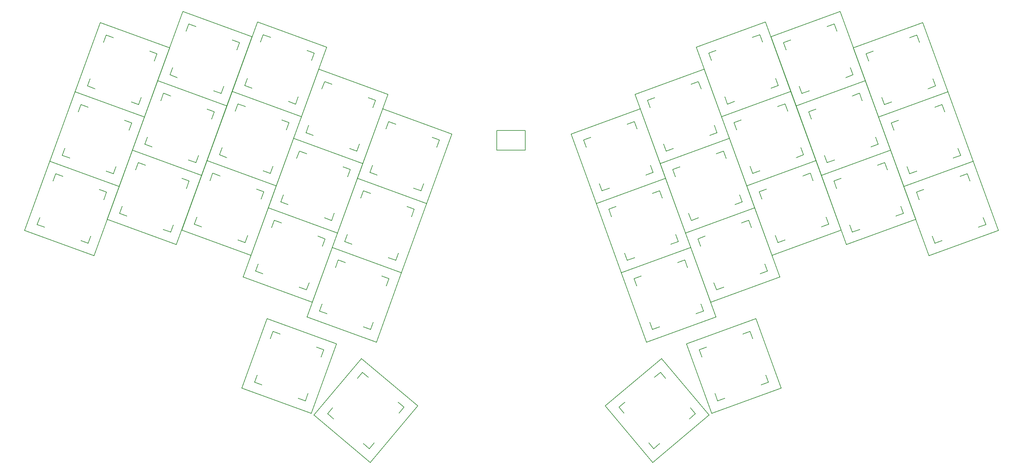
<source format=gbr>
%TF.GenerationSoftware,KiCad,Pcbnew,(5.1.10-1-10_14)*%
%TF.CreationDate,2022-05-14T22:17:57+08:00*%
%TF.ProjectId,k34,6b33342e-6b69-4636-9164-5f7063625858,rev?*%
%TF.SameCoordinates,Original*%
%TF.FileFunction,OtherDrawing,Comment*%
%FSLAX46Y46*%
G04 Gerber Fmt 4.6, Leading zero omitted, Abs format (unit mm)*
G04 Created by KiCad (PCBNEW (5.1.10-1-10_14)) date 2022-05-14 22:17:57*
%MOMM*%
%LPD*%
G01*
G04 APERTURE LIST*
%ADD10C,0.150000*%
%ADD11C,0.200000*%
G04 APERTURE END LIST*
D10*
X13760718Y-81495118D02*
X31661862Y-88010602D01*
X33307170Y-27791686D02*
X13760718Y-81495118D01*
%TO.C,MX1*%
X26791686Y-45692830D02*
X33307170Y-27791686D01*
X44692830Y-52208314D02*
X26791686Y-45692830D01*
X51208314Y-34307170D02*
X44692830Y-52208314D01*
X33307170Y-27791686D02*
X51208314Y-34307170D01*
X34816293Y-31028011D02*
X34132252Y-32907396D01*
X36695678Y-31712051D02*
X34816293Y-31028011D01*
X30028011Y-44183707D02*
X31907396Y-44867748D01*
X30712051Y-42304322D02*
X30028011Y-44183707D01*
X43183707Y-48971989D02*
X43867748Y-47092604D01*
X41304322Y-48287949D02*
X43183707Y-48971989D01*
X47971989Y-35816293D02*
X47287949Y-37695678D01*
X46092604Y-35132252D02*
X47971989Y-35816293D01*
%TO.C,MX2*%
X48113031Y-42811387D02*
X54628515Y-24910243D01*
X66014175Y-49326871D02*
X48113031Y-42811387D01*
X72529659Y-31425727D02*
X66014175Y-49326871D01*
X54628515Y-24910243D02*
X72529659Y-31425727D01*
X56137638Y-28146568D02*
X55453597Y-30025953D01*
X58017023Y-28830608D02*
X56137638Y-28146568D01*
X51349356Y-41302264D02*
X53228741Y-41986305D01*
X52033396Y-39422879D02*
X51349356Y-41302264D01*
X64505052Y-46090546D02*
X65189093Y-44211161D01*
X62625667Y-45406506D02*
X64505052Y-46090546D01*
X69293334Y-32934850D02*
X68609294Y-34814235D01*
X67413949Y-32250809D02*
X69293334Y-32934850D01*
%TO.C,MX3*%
X67382256Y-45568100D02*
X73897740Y-27666956D01*
X85283400Y-52083584D02*
X67382256Y-45568100D01*
X91798884Y-34182440D02*
X85283400Y-52083584D01*
X73897740Y-27666956D02*
X91798884Y-34182440D01*
X75406863Y-30903281D02*
X74722822Y-32782666D01*
X77286248Y-31587321D02*
X75406863Y-30903281D01*
X70618581Y-44058977D02*
X72497966Y-44743018D01*
X71302621Y-42179592D02*
X70618581Y-44058977D01*
X83774277Y-48847259D02*
X84458318Y-46967874D01*
X81894892Y-48163219D02*
X83774277Y-48847259D01*
X88562559Y-35691563D02*
X87878519Y-37570948D01*
X86683174Y-35007522D02*
X88562559Y-35691563D01*
%TO.C,MX4*%
X83231280Y-57721740D02*
X89746764Y-39820596D01*
X101132424Y-64237224D02*
X83231280Y-57721740D01*
X107647908Y-46336080D02*
X101132424Y-64237224D01*
X89746764Y-39820596D02*
X107647908Y-46336080D01*
X91255887Y-43056921D02*
X90571846Y-44936306D01*
X93135272Y-43740961D02*
X91255887Y-43056921D01*
X86467605Y-56212617D02*
X88346990Y-56896658D01*
X87151645Y-54333232D02*
X86467605Y-56212617D01*
X99623301Y-61000899D02*
X100307342Y-59121514D01*
X97743916Y-60316859D02*
X99623301Y-61000899D01*
X104411583Y-47845203D02*
X103727543Y-49724588D01*
X102532198Y-47161162D02*
X104411583Y-47845203D01*
%TO.C,MX5*%
X99764344Y-67995994D02*
X106279828Y-50094850D01*
X117665488Y-74511478D02*
X99764344Y-67995994D01*
X124180972Y-56610334D02*
X117665488Y-74511478D01*
X106279828Y-50094850D02*
X124180972Y-56610334D01*
X107788951Y-53331175D02*
X107104910Y-55210560D01*
X109668336Y-54015215D02*
X107788951Y-53331175D01*
X103000669Y-66486871D02*
X104880054Y-67170912D01*
X103684709Y-64607486D02*
X103000669Y-66486871D01*
X116156365Y-71275153D02*
X116840406Y-69395768D01*
X114276980Y-70591113D02*
X116156365Y-71275153D01*
X120944647Y-58119457D02*
X120260607Y-59998842D01*
X119065262Y-57435416D02*
X120944647Y-58119457D01*
%TO.C,MX6*%
X161444811Y-74511478D02*
X154929327Y-56610334D01*
X179345955Y-67995994D02*
X161444811Y-74511478D01*
X172830471Y-50094850D02*
X179345955Y-67995994D01*
X154929327Y-56610334D02*
X172830471Y-50094850D01*
X158165652Y-58119457D02*
X158849692Y-59998842D01*
X160045037Y-57435416D02*
X158165652Y-58119457D01*
X162953934Y-71275153D02*
X164833319Y-70591113D01*
X162269893Y-69395768D02*
X162953934Y-71275153D01*
X176109630Y-66486871D02*
X175425590Y-64607486D01*
X174230245Y-67170912D02*
X176109630Y-66486871D01*
X171321348Y-53331175D02*
X172005389Y-55210560D01*
X169441963Y-54015215D02*
X171321348Y-53331175D01*
%TO.C,MX7*%
X177977875Y-64237224D02*
X171462391Y-46336080D01*
X195879019Y-57721740D02*
X177977875Y-64237224D01*
X189363535Y-39820596D02*
X195879019Y-57721740D01*
X171462391Y-46336080D02*
X189363535Y-39820596D01*
X174698716Y-47845203D02*
X175382756Y-49724588D01*
X176578101Y-47161162D02*
X174698716Y-47845203D01*
X179486998Y-61000899D02*
X181366383Y-60316859D01*
X178802957Y-59121514D02*
X179486998Y-61000899D01*
X192642694Y-56212617D02*
X191958654Y-54333232D01*
X190763309Y-56896658D02*
X192642694Y-56212617D01*
X187854412Y-43056921D02*
X188538453Y-44936306D01*
X185975027Y-43740961D02*
X187854412Y-43056921D01*
%TO.C,MX8*%
X193826898Y-52083584D02*
X187311414Y-34182440D01*
X211728042Y-45568100D02*
X193826898Y-52083584D01*
X205212558Y-27666956D02*
X211728042Y-45568100D01*
X187311414Y-34182440D02*
X205212558Y-27666956D01*
X190547739Y-35691563D02*
X191231779Y-37570948D01*
X192427124Y-35007522D02*
X190547739Y-35691563D01*
X195336021Y-48847259D02*
X197215406Y-48163219D01*
X194651980Y-46967874D02*
X195336021Y-48847259D01*
X208491717Y-44058977D02*
X207807677Y-42179592D01*
X206612332Y-44743018D02*
X208491717Y-44058977D01*
X203703435Y-30903281D02*
X204387476Y-32782666D01*
X201824050Y-31587321D02*
X203703435Y-30903281D01*
%TO.C,MX9*%
X213096123Y-49326871D02*
X206580639Y-31425727D01*
X230997267Y-42811387D02*
X213096123Y-49326871D01*
X224481783Y-24910243D02*
X230997267Y-42811387D01*
X206580639Y-31425727D02*
X224481783Y-24910243D01*
X209816964Y-32934850D02*
X210501004Y-34814235D01*
X211696349Y-32250809D02*
X209816964Y-32934850D01*
X214605246Y-46090546D02*
X216484631Y-45406506D01*
X213921205Y-44211161D02*
X214605246Y-46090546D01*
X227760942Y-41302264D02*
X227076902Y-39422879D01*
X225881557Y-41986305D02*
X227760942Y-41302264D01*
X222972660Y-28146568D02*
X223656701Y-30025953D01*
X221093275Y-28830608D02*
X222972660Y-28146568D01*
%TO.C,MX10*%
X234417469Y-52208314D02*
X227901985Y-34307170D01*
X252318613Y-45692830D02*
X234417469Y-52208314D01*
X245803129Y-27791686D02*
X252318613Y-45692830D01*
X227901985Y-34307170D02*
X245803129Y-27791686D01*
X231138310Y-35816293D02*
X231822350Y-37695678D01*
X233017695Y-35132252D02*
X231138310Y-35816293D01*
X235926592Y-48971989D02*
X237805977Y-48287949D01*
X235242551Y-47092604D02*
X235926592Y-48971989D01*
X249082288Y-44183707D02*
X248398248Y-42304322D01*
X247202903Y-44867748D02*
X249082288Y-44183707D01*
X244294006Y-31028011D02*
X244978047Y-32907396D01*
X242414621Y-31712051D02*
X244294006Y-31028011D01*
%TO.C,MX11*%
X20276202Y-63593974D02*
X26791686Y-45692830D01*
X38177346Y-70109458D02*
X20276202Y-63593974D01*
X44692830Y-52208314D02*
X38177346Y-70109458D01*
X26791686Y-45692830D02*
X44692830Y-52208314D01*
X28300809Y-48929155D02*
X27616768Y-50808540D01*
X30180194Y-49613195D02*
X28300809Y-48929155D01*
X23512527Y-62084851D02*
X25391912Y-62768892D01*
X24196567Y-60205466D02*
X23512527Y-62084851D01*
X36668223Y-66873133D02*
X37352264Y-64993748D01*
X34788838Y-66189093D02*
X36668223Y-66873133D01*
X41456505Y-53717437D02*
X40772465Y-55596822D01*
X39577120Y-53033396D02*
X41456505Y-53717437D01*
%TO.C,MX12*%
X41597548Y-60712531D02*
X48113032Y-42811387D01*
X59498692Y-67228015D02*
X41597548Y-60712531D01*
X66014176Y-49326871D02*
X59498692Y-67228015D01*
X48113032Y-42811387D02*
X66014176Y-49326871D01*
X49622155Y-46047712D02*
X48938114Y-47927097D01*
X51501540Y-46731752D02*
X49622155Y-46047712D01*
X44833873Y-59203408D02*
X46713258Y-59887449D01*
X45517913Y-57324023D02*
X44833873Y-59203408D01*
X57989569Y-63991690D02*
X58673610Y-62112305D01*
X56110184Y-63307650D02*
X57989569Y-63991690D01*
X62777851Y-50835994D02*
X62093811Y-52715379D01*
X60898466Y-50151953D02*
X62777851Y-50835994D01*
%TO.C,MX13*%
X60866773Y-63469245D02*
X67382257Y-45568101D01*
X78767917Y-69984729D02*
X60866773Y-63469245D01*
X85283401Y-52083585D02*
X78767917Y-69984729D01*
X67382257Y-45568101D02*
X85283401Y-52083585D01*
X68891380Y-48804426D02*
X68207339Y-50683811D01*
X70770765Y-49488466D02*
X68891380Y-48804426D01*
X64103098Y-61960122D02*
X65982483Y-62644163D01*
X64787138Y-60080737D02*
X64103098Y-61960122D01*
X77258794Y-66748404D02*
X77942835Y-64869019D01*
X75379409Y-66064364D02*
X77258794Y-66748404D01*
X82047076Y-53592708D02*
X81363036Y-55472093D01*
X80167691Y-52908667D02*
X82047076Y-53592708D01*
%TO.C,MX14*%
X76715796Y-75622884D02*
X83231280Y-57721740D01*
X94616940Y-82138368D02*
X76715796Y-75622884D01*
X101132424Y-64237224D02*
X94616940Y-82138368D01*
X83231280Y-57721740D02*
X101132424Y-64237224D01*
X84740403Y-60958065D02*
X84056362Y-62837450D01*
X86619788Y-61642105D02*
X84740403Y-60958065D01*
X79952121Y-74113761D02*
X81831506Y-74797802D01*
X80636161Y-72234376D02*
X79952121Y-74113761D01*
X93107817Y-78902043D02*
X93791858Y-77022658D01*
X91228432Y-78218003D02*
X93107817Y-78902043D01*
X97896099Y-65746347D02*
X97212059Y-67625732D01*
X96016714Y-65062306D02*
X97896099Y-65746347D01*
%TO.C,MX15*%
X93248860Y-85897138D02*
X99764344Y-67995994D01*
X111150004Y-92412622D02*
X93248860Y-85897138D01*
X117665488Y-74511478D02*
X111150004Y-92412622D01*
X99764344Y-67995994D02*
X117665488Y-74511478D01*
X101273467Y-71232319D02*
X100589426Y-73111704D01*
X103152852Y-71916359D02*
X101273467Y-71232319D01*
X96485185Y-84388015D02*
X98364570Y-85072056D01*
X97169225Y-82508630D02*
X96485185Y-84388015D01*
X109640881Y-89176297D02*
X110324922Y-87296912D01*
X107761496Y-88492257D02*
X109640881Y-89176297D01*
X114429163Y-76020601D02*
X113745123Y-77899986D01*
X112549778Y-75336560D02*
X114429163Y-76020601D01*
%TO.C,MX16*%
X167960295Y-92412622D02*
X161444811Y-74511478D01*
X185861439Y-85897138D02*
X167960295Y-92412622D01*
X179345955Y-67995994D02*
X185861439Y-85897138D01*
X161444811Y-74511478D02*
X179345955Y-67995994D01*
X164681136Y-76020601D02*
X165365176Y-77899986D01*
X166560521Y-75336560D02*
X164681136Y-76020601D01*
X169469418Y-89176297D02*
X171348803Y-88492257D01*
X168785377Y-87296912D02*
X169469418Y-89176297D01*
X182625114Y-84388015D02*
X181941074Y-82508630D01*
X180745729Y-85072056D02*
X182625114Y-84388015D01*
X177836832Y-71232319D02*
X178520873Y-73111704D01*
X175957447Y-71916359D02*
X177836832Y-71232319D01*
%TO.C,MX17*%
X184493359Y-82138368D02*
X177977875Y-64237224D01*
X202394503Y-75622884D02*
X184493359Y-82138368D01*
X195879019Y-57721740D02*
X202394503Y-75622884D01*
X177977875Y-64237224D02*
X195879019Y-57721740D01*
X181214200Y-65746347D02*
X181898240Y-67625732D01*
X183093585Y-65062306D02*
X181214200Y-65746347D01*
X186002482Y-78902043D02*
X187881867Y-78218003D01*
X185318441Y-77022658D02*
X186002482Y-78902043D01*
X199158178Y-74113761D02*
X198474138Y-72234376D01*
X197278793Y-74797802D02*
X199158178Y-74113761D01*
X194369896Y-60958065D02*
X195053937Y-62837450D01*
X192490511Y-61642105D02*
X194369896Y-60958065D01*
%TO.C,MX18*%
X208339534Y-49488466D02*
X210218919Y-48804426D01*
X210218919Y-48804426D02*
X210902960Y-50683811D01*
X213127816Y-62644163D02*
X215007201Y-61960122D01*
X215007201Y-61960122D02*
X214323161Y-60080737D01*
X201167464Y-64869019D02*
X201851505Y-66748404D01*
X201851505Y-66748404D02*
X203730890Y-66064364D01*
X198942608Y-52908667D02*
X197063223Y-53592708D01*
X197063223Y-53592708D02*
X197747263Y-55472093D01*
X193826898Y-52083585D02*
X211728042Y-45568101D01*
X211728042Y-45568101D02*
X218243526Y-63469245D01*
X218243526Y-63469245D02*
X200342382Y-69984729D01*
X200342382Y-69984729D02*
X193826898Y-52083585D01*
%TO.C,MX19*%
X227608759Y-46731752D02*
X229488144Y-46047712D01*
X229488144Y-46047712D02*
X230172185Y-47927097D01*
X232397041Y-59887449D02*
X234276426Y-59203408D01*
X234276426Y-59203408D02*
X233592386Y-57324023D01*
X220436689Y-62112305D02*
X221120730Y-63991690D01*
X221120730Y-63991690D02*
X223000115Y-63307650D01*
X218211833Y-50151953D02*
X216332448Y-50835994D01*
X216332448Y-50835994D02*
X217016488Y-52715379D01*
X213096123Y-49326871D02*
X230997267Y-42811387D01*
X230997267Y-42811387D02*
X237512751Y-60712531D01*
X237512751Y-60712531D02*
X219611607Y-67228015D01*
X219611607Y-67228015D02*
X213096123Y-49326871D01*
%TO.C,MX20*%
X248930105Y-49613195D02*
X250809490Y-48929155D01*
X250809490Y-48929155D02*
X251493531Y-50808540D01*
X253718387Y-62768892D02*
X255597772Y-62084851D01*
X255597772Y-62084851D02*
X254913732Y-60205466D01*
X241758035Y-64993748D02*
X242442076Y-66873133D01*
X242442076Y-66873133D02*
X244321461Y-66189093D01*
X239533179Y-53033396D02*
X237653794Y-53717437D01*
X237653794Y-53717437D02*
X238337834Y-55596822D01*
X234417469Y-52208314D02*
X252318613Y-45692830D01*
X252318613Y-45692830D02*
X258834097Y-63593974D01*
X258834097Y-63593974D02*
X240932953Y-70109458D01*
X240932953Y-70109458D02*
X234417469Y-52208314D01*
%TO.C,MX21*%
X33061636Y-70934540D02*
X34941021Y-71618581D01*
X34941021Y-71618581D02*
X34256981Y-73497966D01*
X28273354Y-84090237D02*
X30152739Y-84774277D01*
X30152739Y-84774277D02*
X30836780Y-82894892D01*
X17681083Y-78106610D02*
X16997043Y-79985995D01*
X16997043Y-79985995D02*
X18876428Y-80670036D01*
X23664710Y-67514339D02*
X21785325Y-66830299D01*
X21785325Y-66830299D02*
X21101284Y-68709684D01*
X20276202Y-63593974D02*
X38177346Y-70109458D01*
X38177346Y-70109458D02*
X31661862Y-88010602D01*
X31661862Y-88010602D02*
X13760718Y-81495118D01*
X13760718Y-81495118D02*
X20276202Y-63593974D01*
%TO.C,MX22*%
X54382982Y-68053098D02*
X56262367Y-68737139D01*
X56262367Y-68737139D02*
X55578327Y-70616524D01*
X49594700Y-81208795D02*
X51474085Y-81892835D01*
X51474085Y-81892835D02*
X52158126Y-80013450D01*
X39002429Y-75225168D02*
X38318389Y-77104553D01*
X38318389Y-77104553D02*
X40197774Y-77788594D01*
X44986056Y-64632897D02*
X43106671Y-63948857D01*
X43106671Y-63948857D02*
X42422630Y-65828242D01*
X41597548Y-60712532D02*
X59498692Y-67228016D01*
X59498692Y-67228016D02*
X52983208Y-85129160D01*
X52983208Y-85129160D02*
X35082064Y-78613676D01*
X35082064Y-78613676D02*
X41597548Y-60712532D01*
%TO.C,MX23*%
X73652207Y-70809811D02*
X75531592Y-71493852D01*
X75531592Y-71493852D02*
X74847552Y-73373237D01*
X68863925Y-83965508D02*
X70743310Y-84649548D01*
X70743310Y-84649548D02*
X71427351Y-82770163D01*
X58271654Y-77981881D02*
X57587614Y-79861266D01*
X57587614Y-79861266D02*
X59466999Y-80545307D01*
X64255281Y-67389610D02*
X62375896Y-66705570D01*
X62375896Y-66705570D02*
X61691855Y-68584955D01*
X60866773Y-63469245D02*
X78767917Y-69984729D01*
X78767917Y-69984729D02*
X72252433Y-87885873D01*
X72252433Y-87885873D02*
X54351289Y-81370389D01*
X54351289Y-81370389D02*
X60866773Y-63469245D01*
%TO.C,MX24*%
X89501230Y-82963451D02*
X91380615Y-83647492D01*
X91380615Y-83647492D02*
X90696575Y-85526877D01*
X84712948Y-96119148D02*
X86592333Y-96803188D01*
X86592333Y-96803188D02*
X87276374Y-94923803D01*
X74120677Y-90135521D02*
X73436637Y-92014906D01*
X73436637Y-92014906D02*
X75316022Y-92698947D01*
X80104304Y-79543250D02*
X78224919Y-78859210D01*
X78224919Y-78859210D02*
X77540878Y-80738595D01*
X76715796Y-75622885D02*
X94616940Y-82138369D01*
X94616940Y-82138369D02*
X88101456Y-100039513D01*
X88101456Y-100039513D02*
X70200312Y-93524029D01*
X70200312Y-93524029D02*
X76715796Y-75622885D01*
%TO.C,MX25*%
X106034294Y-93237705D02*
X107913679Y-93921746D01*
X107913679Y-93921746D02*
X107229639Y-95801131D01*
X101246012Y-106393402D02*
X103125397Y-107077442D01*
X103125397Y-107077442D02*
X103809438Y-105198057D01*
X90653741Y-100409775D02*
X89969701Y-102289160D01*
X89969701Y-102289160D02*
X91849086Y-102973201D01*
X96637368Y-89817504D02*
X94757983Y-89133464D01*
X94757983Y-89133464D02*
X94073942Y-91012849D01*
X93248860Y-85897139D02*
X111150004Y-92412623D01*
X111150004Y-92412623D02*
X104634520Y-110313767D01*
X104634520Y-110313767D02*
X86733376Y-103798283D01*
X86733376Y-103798283D02*
X93248860Y-85897139D01*
%TO.C,MX26*%
X182472931Y-89817504D02*
X184352316Y-89133464D01*
X184352316Y-89133464D02*
X185036357Y-91012849D01*
X187261213Y-102973201D02*
X189140598Y-102289160D01*
X189140598Y-102289160D02*
X188456558Y-100409775D01*
X175300861Y-105198057D02*
X175984902Y-107077442D01*
X175984902Y-107077442D02*
X177864287Y-106393402D01*
X173076005Y-93237705D02*
X171196620Y-93921746D01*
X171196620Y-93921746D02*
X171880660Y-95801131D01*
X167960295Y-92412623D02*
X185861439Y-85897139D01*
X185861439Y-85897139D02*
X192376923Y-103798283D01*
X192376923Y-103798283D02*
X174475779Y-110313767D01*
X174475779Y-110313767D02*
X167960295Y-92412623D01*
%TO.C,MX27*%
X199005994Y-79543250D02*
X200885379Y-78859210D01*
X200885379Y-78859210D02*
X201569420Y-80738595D01*
X203794276Y-92698947D02*
X205673661Y-92014906D01*
X205673661Y-92014906D02*
X204989621Y-90135521D01*
X191833924Y-94923803D02*
X192517965Y-96803188D01*
X192517965Y-96803188D02*
X194397350Y-96119148D01*
X189609068Y-82963451D02*
X187729683Y-83647492D01*
X187729683Y-83647492D02*
X188413723Y-85526877D01*
X184493358Y-82138369D02*
X202394502Y-75622885D01*
X202394502Y-75622885D02*
X208909986Y-93524029D01*
X208909986Y-93524029D02*
X191008842Y-100039513D01*
X191008842Y-100039513D02*
X184493358Y-82138369D01*
%TO.C,MX28*%
X214855018Y-67389610D02*
X216734403Y-66705570D01*
X216734403Y-66705570D02*
X217418444Y-68584955D01*
X219643300Y-80545307D02*
X221522685Y-79861266D01*
X221522685Y-79861266D02*
X220838645Y-77981881D01*
X207682948Y-82770163D02*
X208366989Y-84649548D01*
X208366989Y-84649548D02*
X210246374Y-83965508D01*
X205458092Y-70809811D02*
X203578707Y-71493852D01*
X203578707Y-71493852D02*
X204262747Y-73373237D01*
X200342382Y-69984729D02*
X218243526Y-63469245D01*
X218243526Y-63469245D02*
X224759010Y-81370389D01*
X224759010Y-81370389D02*
X206857866Y-87885873D01*
X206857866Y-87885873D02*
X200342382Y-69984729D01*
%TO.C,MX29*%
X234124243Y-64632897D02*
X236003628Y-63948857D01*
X236003628Y-63948857D02*
X236687669Y-65828242D01*
X238912525Y-77788594D02*
X240791910Y-77104553D01*
X240791910Y-77104553D02*
X240107870Y-75225168D01*
X226952173Y-80013450D02*
X227636214Y-81892835D01*
X227636214Y-81892835D02*
X229515599Y-81208795D01*
X224727317Y-68053098D02*
X222847932Y-68737139D01*
X222847932Y-68737139D02*
X223531972Y-70616524D01*
X219611607Y-67228016D02*
X237512751Y-60712532D01*
X237512751Y-60712532D02*
X244028235Y-78613676D01*
X244028235Y-78613676D02*
X226127091Y-85129160D01*
X226127091Y-85129160D02*
X219611607Y-67228016D01*
%TO.C,MX30*%
X255445589Y-67514339D02*
X257324974Y-66830299D01*
X257324974Y-66830299D02*
X258009015Y-68709684D01*
X260233871Y-80670036D02*
X262113256Y-79985995D01*
X262113256Y-79985995D02*
X261429216Y-78106610D01*
X248273519Y-82894892D02*
X248957560Y-84774277D01*
X248957560Y-84774277D02*
X250836945Y-84090237D01*
X246048663Y-70934540D02*
X244169278Y-71618581D01*
X244169278Y-71618581D02*
X244853318Y-73497966D01*
X240932953Y-70109458D02*
X258834097Y-63593974D01*
X258834097Y-63593974D02*
X265349581Y-81495118D01*
X265349581Y-81495118D02*
X247448437Y-88010602D01*
X247448437Y-88010602D02*
X240932953Y-70109458D01*
%TO.C,MX31*%
X89200158Y-111639878D02*
X91079543Y-112323919D01*
X91079543Y-112323919D02*
X90395503Y-114203304D01*
X84411876Y-124795575D02*
X86291261Y-125479615D01*
X86291261Y-125479615D02*
X86975302Y-123600230D01*
X73819605Y-118811948D02*
X73135565Y-120691333D01*
X73135565Y-120691333D02*
X75014950Y-121375374D01*
X79803232Y-108219677D02*
X77923847Y-107535637D01*
X77923847Y-107535637D02*
X77239806Y-109415022D01*
X76414724Y-104299312D02*
X94315868Y-110814796D01*
X94315868Y-110814796D02*
X87800384Y-128715940D01*
X87800384Y-128715940D02*
X69899240Y-122200456D01*
X69899240Y-122200456D02*
X76414724Y-104299312D01*
%TO.C,MX32*%
X110259277Y-125830578D02*
X111791366Y-127116153D01*
X111791366Y-127116153D02*
X110505791Y-128648242D01*
X101260251Y-136555200D02*
X102792340Y-137840775D01*
X102792340Y-137840775D02*
X104077915Y-136308686D01*
X93353293Y-127309660D02*
X92067718Y-128841749D01*
X92067718Y-128841749D02*
X93599807Y-130127324D01*
X102598833Y-119402702D02*
X101066744Y-118117127D01*
X101066744Y-118117127D02*
X99781169Y-119649216D01*
X100755521Y-114559826D02*
X115348667Y-126804930D01*
X115348667Y-126804930D02*
X103103563Y-141398076D01*
X103103563Y-141398076D02*
X88510417Y-129152972D01*
X88510417Y-129152972D02*
X100755521Y-114559826D01*
%TO.C,MX33*%
X176511466Y-119402702D02*
X178043555Y-118117127D01*
X178043555Y-118117127D02*
X179329130Y-119649216D01*
X185510492Y-130127324D02*
X187042581Y-128841749D01*
X187042581Y-128841749D02*
X185757006Y-127309660D01*
X175032384Y-136308686D02*
X176317959Y-137840775D01*
X176317959Y-137840775D02*
X177850048Y-136555200D01*
X168851022Y-125830578D02*
X167318933Y-127116153D01*
X167318933Y-127116153D02*
X168604508Y-128648242D01*
X163761632Y-126804930D02*
X178354778Y-114559826D01*
X178354778Y-114559826D02*
X190599882Y-129152972D01*
X190599882Y-129152972D02*
X176006736Y-141398076D01*
X176006736Y-141398076D02*
X163761632Y-126804930D01*
%TO.C,MX34*%
X199307067Y-108219677D02*
X201186452Y-107535637D01*
X201186452Y-107535637D02*
X201870493Y-109415022D01*
X204095349Y-121375374D02*
X205974734Y-120691333D01*
X205974734Y-120691333D02*
X205290694Y-118811948D01*
X192134997Y-123600230D02*
X192819038Y-125479615D01*
X192819038Y-125479615D02*
X194698423Y-124795575D01*
X189910141Y-111639878D02*
X188030756Y-112323919D01*
X188030756Y-112323919D02*
X188714796Y-114203304D01*
X184794431Y-110814796D02*
X202695575Y-104299312D01*
X202695575Y-104299312D02*
X209211059Y-122200456D01*
X209211059Y-122200456D02*
X191309915Y-128715940D01*
X191309915Y-128715940D02*
X184794431Y-110814796D01*
D11*
%TO.C,U1*%
X143111149Y-55696000D02*
X143111149Y-60776000D01*
X135745149Y-55696000D02*
X143111149Y-55696000D01*
X135745149Y-60776000D02*
X135745149Y-55696000D01*
X143111149Y-60776000D02*
X135745149Y-60776000D01*
%TD*%
M02*

</source>
